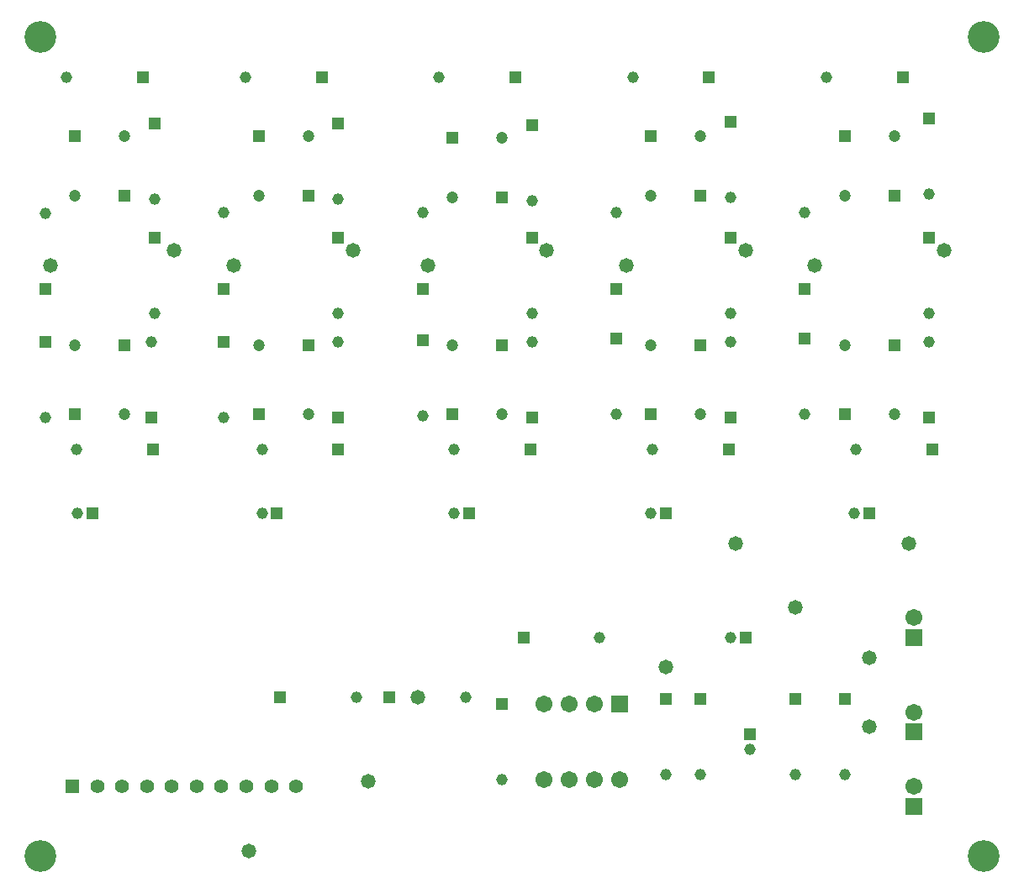
<source format=gbr>
%TF.GenerationSoftware,Altium Limited,Altium Designer,24.10.1 (45)*%
G04 Layer_Color=16711935*
%FSLAX45Y45*%
%MOMM*%
%TF.SameCoordinates,D700451D-F6DB-41F8-9F1A-DBDDD93A0A9D*%
%TF.FilePolarity,Negative*%
%TF.FileFunction,Soldermask,Bot*%
%TF.Part,Single*%
G01*
G75*
%TA.AperFunction,ComponentPad*%
%ADD13R,1.15000X1.15000*%
%ADD14C,1.15000*%
%ADD15C,1.20000*%
%ADD16R,1.20000X1.20000*%
%ADD17C,1.40000*%
%ADD18R,1.40000X1.40000*%
%ADD21R,1.15000X1.15000*%
%ADD32R,1.70320X1.70320*%
%ADD33C,1.70320*%
%TA.AperFunction,ViaPad*%
%ADD34C,3.20320*%
%ADD35C,1.47320*%
D13*
X7666500Y4850000D02*
D03*
X13933501Y11100000D02*
D03*
X11983500D02*
D03*
X10033500D02*
D03*
X8083500D02*
D03*
X6283500D02*
D03*
X13600000Y6700000D02*
D03*
X11550000D02*
D03*
X9566499D02*
D03*
X7633000D02*
D03*
X5775000D02*
D03*
X10116500Y5450000D02*
D03*
X14233501Y7350000D02*
D03*
X12183500D02*
D03*
X10183500D02*
D03*
X6383500D02*
D03*
X8250000D02*
D03*
X12350000Y5450000D02*
D03*
X8766500Y4850000D02*
D03*
D14*
X8433500D02*
D03*
X13166499Y11100000D02*
D03*
X11216500D02*
D03*
X9266500D02*
D03*
X7316500D02*
D03*
X5516500D02*
D03*
X13450000Y6700000D02*
D03*
X11400000D02*
D03*
X9416499D02*
D03*
X7483000D02*
D03*
X5625000D02*
D03*
X10883500Y5450000D02*
D03*
X9900000Y4016500D02*
D03*
X11550000Y4066499D02*
D03*
X11900000D02*
D03*
X14200000Y8433500D02*
D03*
Y8716500D02*
D03*
Y9916500D02*
D03*
X13466499Y7350000D02*
D03*
X12950000Y7700000D02*
D03*
Y9733500D02*
D03*
X12200000Y9883500D02*
D03*
X12200000Y8433500D02*
D03*
X11416500Y7350000D02*
D03*
X11050000Y7700000D02*
D03*
X11050000Y9733500D02*
D03*
X10200000Y8433500D02*
D03*
X9416500Y7350000D02*
D03*
X9100000Y7683000D02*
D03*
X9100000Y9733500D02*
D03*
X10200000Y8716500D02*
D03*
Y9850000D02*
D03*
X6400000Y9866500D02*
D03*
X8250000D02*
D03*
Y8716500D02*
D03*
X7100000Y9733500D02*
D03*
X5300000Y9726501D02*
D03*
X6400000Y8716500D02*
D03*
X5616500Y7350000D02*
D03*
X7483000D02*
D03*
X8250000Y8433500D02*
D03*
X7100000Y7666500D02*
D03*
X5300000D02*
D03*
X6367001Y8433500D02*
D03*
X12200000Y8716500D02*
D03*
X13350000Y4066500D02*
D03*
X12400000Y4324999D02*
D03*
X12850000Y4066499D02*
D03*
X12200000Y5450000D02*
D03*
X9533500Y4850000D02*
D03*
D15*
X11900000Y7700000D02*
D03*
X9900000D02*
D03*
X7950000D02*
D03*
X13350000Y9900000D02*
D03*
X5600000D02*
D03*
X6100000Y10500000D02*
D03*
X9400000Y8400000D02*
D03*
Y9883500D02*
D03*
X9900000Y10483500D02*
D03*
X13850000Y7700000D02*
D03*
X6100000D02*
D03*
X13850000Y10500000D02*
D03*
X11900000D02*
D03*
X7950000D02*
D03*
X13350000Y8400000D02*
D03*
X11400000D02*
D03*
X7450000D02*
D03*
X5600000D02*
D03*
X11400000Y9900000D02*
D03*
X7450000Y9900000D02*
D03*
D16*
X11400000Y7700000D02*
D03*
X9400000D02*
D03*
X7450000D02*
D03*
X13850000Y9900000D02*
D03*
X6100000D02*
D03*
X5600000Y10500000D02*
D03*
X9900000Y8400000D02*
D03*
Y9883500D02*
D03*
X9400000Y10483500D02*
D03*
X13350000Y7700000D02*
D03*
X5600000D02*
D03*
X13350000Y10500000D02*
D03*
X11400000D02*
D03*
X7450000D02*
D03*
X13850000Y8400000D02*
D03*
X11900000D02*
D03*
X7950000D02*
D03*
X6100000D02*
D03*
X11900000Y9900000D02*
D03*
X7950000Y9900000D02*
D03*
D17*
X7825000Y3952500D02*
D03*
X7575000D02*
D03*
X7325000D02*
D03*
X7075000D02*
D03*
X6825000D02*
D03*
X6575000D02*
D03*
X6325000D02*
D03*
X6075000D02*
D03*
X5825000D02*
D03*
D18*
X5575000D02*
D03*
D21*
X9900000Y4783500D02*
D03*
X11550000Y4833500D02*
D03*
X11900000D02*
D03*
X14200000Y7666500D02*
D03*
Y9483500D02*
D03*
Y10683500D02*
D03*
X12950000Y8467000D02*
D03*
Y8966500D02*
D03*
X12200000Y10650500D02*
D03*
X12200000Y7666500D02*
D03*
X11050000Y8467000D02*
D03*
X11050000Y8966500D02*
D03*
X10200000Y7666500D02*
D03*
X9100000Y8450000D02*
D03*
X9100000Y8966500D02*
D03*
X10200000Y9483500D02*
D03*
Y10617001D02*
D03*
X6400000Y10633500D02*
D03*
X8250000D02*
D03*
Y9483500D02*
D03*
X7100000Y8966500D02*
D03*
X5300000Y8959501D02*
D03*
X6400000Y9483500D02*
D03*
X8250000Y7666500D02*
D03*
X7100000Y8433500D02*
D03*
X5300000D02*
D03*
X6367001Y7666500D02*
D03*
X12200000Y9483500D02*
D03*
X13350000Y4833500D02*
D03*
X12400000Y4475000D02*
D03*
X12850000Y4833500D02*
D03*
D32*
X11081000Y4783500D02*
D03*
X14045000Y3750000D02*
D03*
Y4500000D02*
D03*
Y5450000D02*
D03*
D33*
X10827000Y4783500D02*
D03*
X10573000D02*
D03*
X10319000D02*
D03*
X11081000Y4021500D02*
D03*
X10827000D02*
D03*
X10573000D02*
D03*
X10319000D02*
D03*
X14045000Y3950000D02*
D03*
Y4700000D02*
D03*
Y5650000D02*
D03*
D34*
X5250000Y11500000D02*
D03*
Y3250000D02*
D03*
X14750000D02*
D03*
Y11500000D02*
D03*
D35*
X12250000Y6400000D02*
D03*
X13600000Y5250000D02*
D03*
Y4550000D02*
D03*
X14000000Y6400000D02*
D03*
X12850000Y5750000D02*
D03*
X11550000Y5150000D02*
D03*
X7350000Y3300000D02*
D03*
X8550000Y4000000D02*
D03*
X9050000Y4850000D02*
D03*
X14350000Y9350000D02*
D03*
X12350000D02*
D03*
X10350000D02*
D03*
X8400000D02*
D03*
X6600000D02*
D03*
X13050000Y9200000D02*
D03*
X11150000D02*
D03*
X9150000D02*
D03*
X7200000D02*
D03*
X5350000D02*
D03*
%TF.MD5,4b82090e1a751b4f639a5e21ff56de01*%
M02*

</source>
